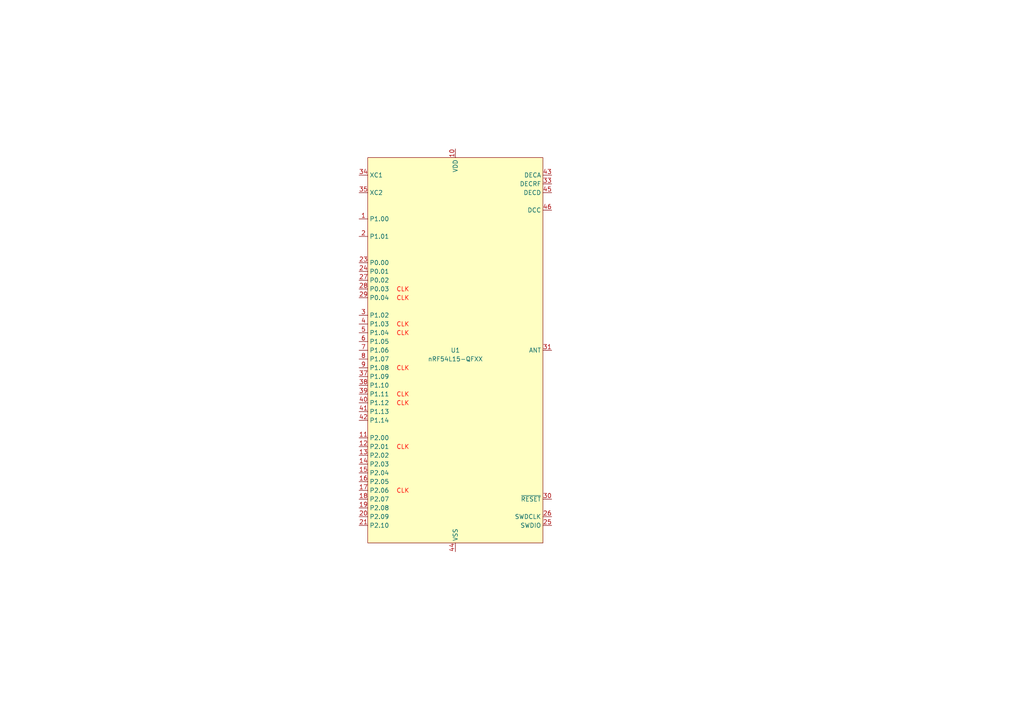
<source format=kicad_sch>
(kicad_sch (version 20250114) (generator "eeschema") (generator_version "9.0")
  (paper "A4")
  (title_block (title "PSLabel") (date "2025-06-19"))
  (lib_symbols
    (symbol "nordic-lib-kicad-nrf54l:nRF54L15-QFXX"
      (property "Reference" "U" (at 0 0 0))
      (property "Value" "nRF54L15-QFXX" (at 0 -2.54 0))
      (symbol "nRF54L15-QFXX_0_0"
        (pin bidirectional line (at -27.94 50.8 0) (length 2.54) (name "XC1") (number "34"))
        (pin bidirectional line (at -27.94 45.72 0) (length 2.54) (name "XC2") (number "35"))
        (pin bidirectional line (at -27.94 25.4 0) (length 2.54) (name "P0.00") (number "23"))
        (pin bidirectional line (at -27.94 22.86 0) (length 2.54) (name "P0.01") (number "24"))
        (pin bidirectional line (at -27.94 20.32 0) (length 2.54) (name "P0.02") (number "27"))
        (pin passive line (at 0 -58.42 90) (length 2.54) (hide yes) (name "VSS_PA") (number "32"))
        (pin power_in line (at 0 -58.42 90) (length 2.54) (name "VSS") (number "44"))
        (pin passive line (at 27.94 50.8 180) (length 2.54) (name "DECA") (number "43"))
        (pin passive line (at 27.94 48.26 180) (length 2.54) (name "DECRF") (number "33"))
        (pin passive line (at 27.94 45.72 180) (length 2.54) (name "DECD") (number "45"))
        (pin power_out line (at 27.94 40.64 180) (length 2.54) (name "DCC") (number "46"))
        (pin output line (at 27.94 0 180) (length 2.54) (name "ANT") (number "31"))
        (pin input line (at 27.94 -43.18 180) (length 2.54) (name "~{RESET}") (number "30"))
        (pin bidirectional line (at 27.94 -50.8 180) (length 2.54) (name "SWDIO") (number "25"))
      )
      (symbol "nRF54L15-QFXX_1_0"
        (pin bidirectional line (at -27.94 38.1 0) (length 2.54) (name "P1.00") (number "1"))
        (pin bidirectional line (at -27.94 33.02 0) (length 2.54) (name "P1.01") (number "2"))
        (pin bidirectional line (at -27.94 17.78 0) (length 2.54) (name "P0.03") (number "28"))
        (pin bidirectional line (at -27.94 15.24 0) (length 2.54) (name "P0.04") (number "29"))
        (pin bidirectional line (at -27.94 10.16 0) (length 2.54) (name "P1.02") (number "3"))
        (pin bidirectional line (at -27.94 7.62 0) (length 2.54) (name "P1.03") (number "4"))
        (pin bidirectional line (at -27.94 5.08 0) (length 2.54) (name "P1.04") (number "5"))
        (pin bidirectional line (at -27.94 2.54 0) (length 2.54) (name "P1.05") (number "6"))
        (pin bidirectional line (at -27.94 0 0) (length 2.54) (name "P1.06") (number "7"))
        (pin bidirectional line (at -27.94 -2.54 0) (length 2.54) (name "P1.07") (number "8"))
        (pin bidirectional line (at -27.94 -5.08 0) (length 2.54) (name "P1.08") (number "9"))
        (pin bidirectional line (at -27.94 -7.62 0) (length 2.54) (name "P1.09") (number "37"))
        (pin bidirectional line (at -27.94 -10.16 0) (length 2.54) (name "P1.10") (number "38"))
        (pin bidirectional line (at -27.94 -12.7 0) (length 2.54) (name "P1.11") (number "39"))
        (pin bidirectional line (at -27.94 -15.24 0) (length 2.54) (name "P1.12") (number "40"))
        (pin bidirectional line (at -27.94 -17.78 0) (length 2.54) (name "P1.13") (number "41"))
        (pin bidirectional line (at -27.94 -20.32 0) (length 2.54) (name "P1.14") (number "42"))
        (pin bidirectional line (at -27.94 -25.4 0) (length 2.54) (name "P2.00") (number "11"))
        (pin bidirectional line (at -27.94 -27.94 0) (length 2.54) (name "P2.01") (number "12"))
        (pin bidirectional line (at -27.94 -30.48 0) (length 2.54) (name "P2.02") (number "13"))
        (pin bidirectional line (at -27.94 -33.02 0) (length 2.54) (name "P2.03") (number "14"))
        (pin bidirectional line (at -27.94 -35.56 0) (length 2.54) (name "P2.04") (number "15"))
        (pin bidirectional line (at -27.94 -38.1 0) (length 2.54) (name "P2.05") (number "16"))
        (pin bidirectional line (at -27.94 -40.64 0) (length 2.54) (name "P2.06") (number "17"))
        (pin bidirectional line (at -27.94 -43.18 0) (length 2.54) (name "P2.07") (number "18"))
        (pin bidirectional line (at -27.94 -45.72 0) (length 2.54) (name "P2.08") (number "19"))
        (pin bidirectional line (at -27.94 -48.26 0) (length 2.54) (name "P2.09") (number "20"))
        (pin bidirectional line (at -27.94 -50.8 0) (length 2.54) (name "P2.10") (number "21"))
        (pin power_in line (at 0 58.42 270) (length 2.54) (name "VDD") (number "10"))
        (pin passive line (at 0 58.42 270) (length 2.54) (hide yes) (name "VDD") (number "22"))
        (pin passive line (at 0 58.42 270) (length 2.54) (hide yes) (name "VDD") (number "36"))
        (pin passive line (at 0 58.42 270) (length 2.54) (hide yes) (name "VDD") (number "47"))
        (pin passive line (at 0 58.42 270) (length 2.54) (hide yes) (name "VDD") (number "48"))
        (pin passive line (at 0 -58.42 90) (length 2.54) (hide yes) (name "VSS") (number "49"))
        (pin input line (at 27.94 -48.26 180) (length 2.54) (name "SWDCLK") (number "26"))
      )
      (symbol "nRF54L15-QFXX_1_1"
        (rectangle (start -25.4 55.88) (end 25.4 -55.88) (fill (type background)))
        (text "CLK" (at -15.24 17.78 0) (effects (font (size 1.27 1.27))))
        (text "CLK" (at -15.24 15.24 0) (effects (font (size 1.27 1.27))))
        (text "CLK" (at -15.24 7.62 0) (effects (font (size 1.27 1.27))))
        (text "CLK" (at -15.24 5.08 0) (effects (font (size 1.27 1.27))))
        (text "CLK" (at -15.24 -5.08 0) (effects (font (size 1.27 1.27))))
        (text "CLK" (at -15.24 -12.7 0) (effects (font (size 1.27 1.27))))
        (text "CLK" (at -15.24 -15.24 0) (effects (font (size 1.27 1.27))))
        (text "CLK" (at -15.24 -27.94 0) (effects (font (size 1.27 1.27))))
        (text "CLK" (at -15.24 -40.64 0) (effects (font (size 1.27 1.27))))
      )
    )
  )
  (symbol (lib_id "nordic-lib-kicad-nrf54l:nRF54L15-QFXX") (at 132.08 101.6 0) (unit 1)
    (property "Reference" "U1" (at 132.08 101.6 0))
    (property "Value" "nRF54L15-QFXX" (at 132.08 104.14 0))
    (property "Footprint" "Package_DFN_QFN:QFN-48-1EP_6x6mm_P0.4mm_EP4.6x4.6mm" (effects (hide yes)))
    (property "Datasheet" "https://docs.nordicsemi.com/bundle/ps_nrf54L15" (effects (hide yes)))
    (property "Description" "nRF54L Dual Core Multiprotocol BLE SoC" (effects (hide yes)))
  )
)
</source>
